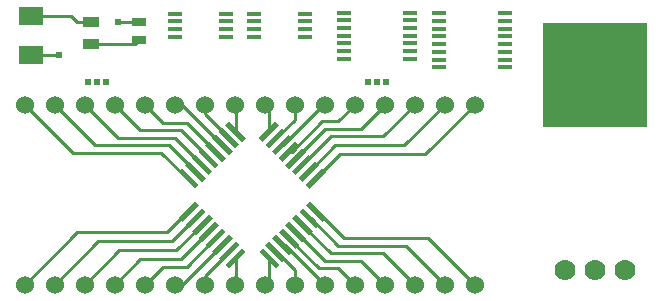
<source format=gtl>
G04 (created by PCBNEW (2013-07-07 BZR 4022)-stable) date 1/29/2014 11:29:55 AM*
%MOIN*%
G04 Gerber Fmt 3.4, Leading zero omitted, Abs format*
%FSLAX34Y34*%
G01*
G70*
G90*
G04 APERTURE LIST*
%ADD10C,0.00590551*%
%ADD11R,0.08X0.06*%
%ADD12R,0.055X0.035*%
%ADD13R,0.045X0.025*%
%ADD14R,0.05X0.015*%
%ADD15C,0.07*%
%ADD16R,0.35X0.35*%
%ADD17R,0.0512X0.0118*%
%ADD18C,0.06*%
%ADD19C,0.024*%
%ADD20C,0.01*%
G04 APERTURE END LIST*
G54D10*
G36*
X69316Y-54954D02*
X69191Y-54829D01*
X69747Y-54272D01*
X69873Y-54397D01*
X69316Y-54954D01*
X69316Y-54954D01*
G37*
G36*
X69093Y-54731D02*
X68968Y-54606D01*
X69525Y-54049D01*
X69650Y-54175D01*
X69093Y-54731D01*
X69093Y-54731D01*
G37*
G36*
X68871Y-54508D02*
X68745Y-54383D01*
X69302Y-53827D01*
X69427Y-53952D01*
X68871Y-54508D01*
X68871Y-54508D01*
G37*
G36*
X68648Y-54286D02*
X68523Y-54160D01*
X69079Y-53604D01*
X69204Y-53729D01*
X68648Y-54286D01*
X68648Y-54286D01*
G37*
G36*
X68425Y-54063D02*
X68300Y-53938D01*
X68856Y-53381D01*
X68982Y-53506D01*
X68425Y-54063D01*
X68425Y-54063D01*
G37*
G36*
X68202Y-53840D02*
X68077Y-53715D01*
X68634Y-53159D01*
X68759Y-53284D01*
X68202Y-53840D01*
X68202Y-53840D01*
G37*
G36*
X67980Y-53617D02*
X67854Y-53492D01*
X68411Y-52936D01*
X68536Y-53061D01*
X67980Y-53617D01*
X67980Y-53617D01*
G37*
G36*
X67757Y-53395D02*
X67632Y-53270D01*
X68188Y-52713D01*
X68313Y-52838D01*
X67757Y-53395D01*
X67757Y-53395D01*
G37*
G36*
X70421Y-50733D02*
X70296Y-50608D01*
X70853Y-50051D01*
X70978Y-50177D01*
X70421Y-50733D01*
X70421Y-50733D01*
G37*
G36*
X71984Y-52296D02*
X71859Y-52171D01*
X72415Y-51614D01*
X72540Y-51739D01*
X71984Y-52296D01*
X71984Y-52296D01*
G37*
G36*
X71758Y-52070D02*
X71633Y-51944D01*
X72189Y-51388D01*
X72314Y-51513D01*
X71758Y-52070D01*
X71758Y-52070D01*
G37*
G36*
X71531Y-51843D02*
X71406Y-51718D01*
X71963Y-51162D01*
X72088Y-51287D01*
X71531Y-51843D01*
X71531Y-51843D01*
G37*
G36*
X71312Y-51624D02*
X71187Y-51499D01*
X71744Y-50942D01*
X71869Y-51068D01*
X71312Y-51624D01*
X71312Y-51624D01*
G37*
G36*
X71086Y-51398D02*
X70961Y-51273D01*
X71517Y-50716D01*
X71642Y-50841D01*
X71086Y-51398D01*
X71086Y-51398D01*
G37*
G36*
X70867Y-51179D02*
X70742Y-51053D01*
X71298Y-50497D01*
X71423Y-50622D01*
X70867Y-51179D01*
X70867Y-51179D01*
G37*
G36*
X70640Y-50952D02*
X70515Y-50827D01*
X71072Y-50271D01*
X71197Y-50396D01*
X70640Y-50952D01*
X70640Y-50952D01*
G37*
G36*
X68185Y-52283D02*
X67629Y-51727D01*
X67754Y-51601D01*
X68311Y-52158D01*
X68185Y-52283D01*
X68185Y-52283D01*
G37*
G36*
X68407Y-52061D02*
X67851Y-51505D01*
X67976Y-51379D01*
X68533Y-51936D01*
X68407Y-52061D01*
X68407Y-52061D01*
G37*
G36*
X68631Y-51838D02*
X68074Y-51281D01*
X68200Y-51156D01*
X68756Y-51712D01*
X68631Y-51838D01*
X68631Y-51838D01*
G37*
G36*
X68853Y-51616D02*
X68296Y-51059D01*
X68422Y-50934D01*
X68978Y-51490D01*
X68853Y-51616D01*
X68853Y-51616D01*
G37*
G36*
X69076Y-51392D02*
X68520Y-50836D01*
X68645Y-50711D01*
X69201Y-51267D01*
X69076Y-51392D01*
X69076Y-51392D01*
G37*
G36*
X69298Y-51170D02*
X68742Y-50614D01*
X68867Y-50488D01*
X69424Y-51045D01*
X69298Y-51170D01*
X69298Y-51170D01*
G37*
G36*
X69522Y-50947D02*
X68965Y-50390D01*
X69090Y-50265D01*
X69647Y-50822D01*
X69522Y-50947D01*
X69522Y-50947D01*
G37*
G36*
X69744Y-50725D02*
X69187Y-50168D01*
X69312Y-50043D01*
X69869Y-50600D01*
X69744Y-50725D01*
X69744Y-50725D01*
G37*
G36*
X70860Y-54955D02*
X70303Y-54398D01*
X70428Y-54273D01*
X70985Y-54829D01*
X70860Y-54955D01*
X70860Y-54955D01*
G37*
G36*
X71079Y-54735D02*
X70522Y-54179D01*
X70648Y-54054D01*
X71204Y-54610D01*
X71079Y-54735D01*
X71079Y-54735D01*
G37*
G36*
X71305Y-54509D02*
X70749Y-53953D01*
X70874Y-53827D01*
X71430Y-54384D01*
X71305Y-54509D01*
X71305Y-54509D01*
G37*
G36*
X71524Y-54290D02*
X70968Y-53733D01*
X71093Y-53608D01*
X71649Y-54165D01*
X71524Y-54290D01*
X71524Y-54290D01*
G37*
G36*
X71744Y-54071D02*
X71187Y-53514D01*
X71312Y-53389D01*
X71869Y-53946D01*
X71744Y-54071D01*
X71744Y-54071D01*
G37*
G36*
X71970Y-53844D02*
X71413Y-53288D01*
X71538Y-53163D01*
X72095Y-53719D01*
X71970Y-53844D01*
X71970Y-53844D01*
G37*
G36*
X72196Y-53618D02*
X71640Y-53062D01*
X71765Y-52936D01*
X72321Y-53493D01*
X72196Y-53618D01*
X72196Y-53618D01*
G37*
G36*
X72422Y-53392D02*
X71866Y-52835D01*
X71991Y-52710D01*
X72548Y-53267D01*
X72422Y-53392D01*
X72422Y-53392D01*
G37*
G54D11*
X62700Y-47850D03*
X62700Y-46550D03*
G54D12*
X64700Y-46725D03*
X64700Y-47475D03*
G54D13*
X66300Y-46750D03*
X66300Y-47350D03*
G54D14*
X71850Y-47234D03*
X71850Y-46978D03*
X71850Y-46722D03*
X71850Y-46466D03*
X70150Y-46466D03*
X70150Y-46722D03*
X70150Y-46978D03*
X70150Y-47234D03*
X78502Y-48246D03*
X78502Y-47990D03*
X78502Y-47734D03*
X78502Y-47478D03*
X78502Y-47222D03*
X78502Y-46966D03*
X78502Y-46710D03*
X78502Y-46454D03*
X76298Y-46454D03*
X76298Y-46710D03*
X76298Y-46966D03*
X76298Y-47222D03*
X76298Y-47478D03*
X76298Y-47734D03*
X76298Y-47990D03*
X76298Y-48246D03*
G54D15*
X82500Y-55000D03*
X80500Y-55000D03*
X81500Y-55000D03*
G54D16*
X81500Y-48500D03*
G54D14*
X69200Y-47234D03*
X69200Y-46978D03*
X69200Y-46722D03*
X69200Y-46466D03*
X67500Y-46466D03*
X67500Y-46722D03*
X67500Y-46978D03*
X67500Y-47234D03*
G54D17*
X75350Y-47960D03*
X75350Y-47710D03*
X75350Y-47450D03*
X75350Y-47200D03*
X75350Y-46940D03*
X75350Y-46685D03*
X75350Y-46430D03*
X73150Y-46430D03*
X73150Y-46685D03*
X73150Y-46940D03*
X73150Y-47200D03*
X73150Y-47455D03*
X73150Y-47710D03*
X73150Y-47965D03*
G54D18*
X62500Y-55500D03*
X63500Y-55500D03*
X64500Y-55500D03*
X65500Y-55500D03*
X66500Y-55500D03*
X67500Y-55500D03*
X68500Y-55500D03*
X69500Y-55500D03*
X70500Y-55500D03*
X71500Y-55500D03*
X72500Y-55500D03*
X73500Y-55500D03*
X74500Y-55500D03*
X75500Y-55500D03*
X76500Y-55500D03*
X77500Y-55500D03*
X77500Y-49500D03*
X76500Y-49500D03*
X75500Y-49500D03*
X74500Y-49500D03*
X73500Y-49500D03*
X72500Y-49500D03*
X71500Y-49500D03*
X70500Y-49500D03*
X69500Y-49500D03*
X68500Y-49500D03*
X67500Y-49500D03*
X66500Y-49500D03*
X65500Y-49500D03*
X64500Y-49500D03*
X63500Y-49500D03*
X62500Y-49500D03*
G54D19*
X73950Y-48750D03*
X74250Y-48750D03*
X74550Y-48750D03*
X65200Y-48750D03*
X64900Y-48750D03*
X64600Y-48750D03*
X63650Y-47850D03*
X65600Y-46750D03*
G54D20*
X71082Y-50838D02*
X71111Y-50838D01*
X72450Y-49500D02*
X72500Y-49500D01*
X71111Y-50838D02*
X72450Y-49500D01*
X70644Y-54614D02*
X70644Y-55355D01*
X70644Y-55355D02*
X70500Y-55500D01*
X70863Y-54395D02*
X70895Y-54395D01*
X71500Y-55000D02*
X71500Y-55500D01*
X70895Y-54395D02*
X71500Y-55000D01*
X71089Y-54168D02*
X71168Y-54168D01*
X71168Y-54168D02*
X72500Y-55500D01*
X71309Y-53949D02*
X71309Y-53959D01*
X72950Y-54950D02*
X73500Y-55500D01*
X72300Y-54950D02*
X72950Y-54950D01*
X71309Y-53959D02*
X72300Y-54950D01*
X71754Y-53504D02*
X71754Y-53504D01*
X74450Y-54450D02*
X75500Y-55500D01*
X72700Y-54450D02*
X74450Y-54450D01*
X71754Y-53504D02*
X72700Y-54450D01*
X71980Y-53277D02*
X72027Y-53277D01*
X75200Y-54200D02*
X76500Y-55500D01*
X72950Y-54200D02*
X75200Y-54200D01*
X72027Y-53277D02*
X72950Y-54200D01*
X72207Y-53051D02*
X72251Y-53051D01*
X75950Y-53950D02*
X77500Y-55500D01*
X73150Y-53950D02*
X75950Y-53950D01*
X72251Y-53051D02*
X73150Y-53950D01*
X72200Y-51955D02*
X72200Y-51949D01*
X75850Y-51150D02*
X77500Y-49500D01*
X73000Y-51150D02*
X75850Y-51150D01*
X72200Y-51949D02*
X73000Y-51150D01*
X68192Y-51720D02*
X68170Y-51720D01*
X64850Y-50850D02*
X63500Y-49500D01*
X67300Y-50850D02*
X64850Y-50850D01*
X68170Y-51720D02*
X67300Y-50850D01*
X71973Y-51729D02*
X71973Y-51726D01*
X75150Y-50850D02*
X76500Y-49500D01*
X72850Y-50850D02*
X75150Y-50850D01*
X71973Y-51726D02*
X72850Y-50850D01*
X67970Y-51942D02*
X67892Y-51942D01*
X64100Y-51100D02*
X62500Y-49500D01*
X67050Y-51100D02*
X64100Y-51100D01*
X67892Y-51942D02*
X67050Y-51100D01*
X71747Y-51502D02*
X71747Y-51502D01*
X74450Y-50550D02*
X75500Y-49500D01*
X72700Y-50550D02*
X74450Y-50550D01*
X71747Y-51502D02*
X72700Y-50550D01*
X71528Y-51283D02*
X71528Y-51271D01*
X73700Y-50300D02*
X74500Y-49500D01*
X72500Y-50300D02*
X73700Y-50300D01*
X71528Y-51271D02*
X72500Y-50300D01*
X69306Y-50606D02*
X69306Y-50606D01*
X68500Y-49800D02*
X68500Y-49500D01*
X69306Y-50606D02*
X68500Y-49800D01*
X69083Y-50829D02*
X69079Y-50829D01*
X67750Y-49500D02*
X67500Y-49500D01*
X69079Y-50829D02*
X67750Y-49500D01*
X68861Y-51051D02*
X68851Y-51051D01*
X67100Y-50100D02*
X66500Y-49500D01*
X67900Y-50100D02*
X67100Y-50100D01*
X68851Y-51051D02*
X67900Y-50100D01*
X68637Y-51275D02*
X68625Y-51275D01*
X66350Y-50350D02*
X65500Y-49500D01*
X67700Y-50350D02*
X66350Y-50350D01*
X68625Y-51275D02*
X67700Y-50350D01*
X68415Y-51497D02*
X68397Y-51497D01*
X65600Y-50600D02*
X64500Y-49500D01*
X67500Y-50600D02*
X65600Y-50600D01*
X68397Y-51497D02*
X67500Y-50600D01*
X67973Y-53054D02*
X67945Y-53054D01*
X64250Y-53750D02*
X62500Y-55500D01*
X67250Y-53750D02*
X64250Y-53750D01*
X67945Y-53054D02*
X67250Y-53750D01*
X68418Y-53499D02*
X68400Y-53499D01*
X65650Y-54350D02*
X64500Y-55500D01*
X67550Y-54350D02*
X65650Y-54350D01*
X68400Y-53499D02*
X67550Y-54350D01*
X64700Y-47475D02*
X66175Y-47475D01*
X66175Y-47475D02*
X66300Y-47350D01*
X62700Y-46550D02*
X64050Y-46550D01*
X64225Y-46725D02*
X64700Y-46725D01*
X64050Y-46550D02*
X64225Y-46725D01*
X71302Y-51057D02*
X71392Y-51057D01*
X72950Y-50050D02*
X73500Y-49500D01*
X72400Y-50050D02*
X72950Y-50050D01*
X71392Y-51057D02*
X72400Y-50050D01*
X68195Y-53277D02*
X68172Y-53277D01*
X64950Y-54050D02*
X63500Y-55500D01*
X67400Y-54050D02*
X64950Y-54050D01*
X68172Y-53277D02*
X67400Y-54050D01*
X68641Y-53722D02*
X68627Y-53722D01*
X66350Y-54650D02*
X65500Y-55500D01*
X67700Y-54650D02*
X66350Y-54650D01*
X68627Y-53722D02*
X67700Y-54650D01*
X68863Y-53945D02*
X68854Y-53945D01*
X67100Y-54900D02*
X66500Y-55500D01*
X67900Y-54900D02*
X67100Y-54900D01*
X68854Y-53945D02*
X67900Y-54900D01*
X69086Y-54168D02*
X69081Y-54168D01*
X67750Y-55500D02*
X67500Y-55500D01*
X69081Y-54168D02*
X67750Y-55500D01*
X70856Y-50612D02*
X70887Y-50612D01*
X71500Y-50000D02*
X71500Y-49500D01*
X70887Y-50612D02*
X71500Y-50000D01*
X69309Y-54390D02*
X69309Y-54390D01*
X68500Y-55200D02*
X68500Y-55500D01*
X69309Y-54390D02*
X68500Y-55200D01*
X69532Y-54613D02*
X69532Y-55467D01*
X69532Y-55467D02*
X69500Y-55500D01*
X66300Y-46750D02*
X65600Y-46750D01*
X63650Y-47850D02*
X62700Y-47850D01*
X70637Y-50392D02*
X70637Y-49637D01*
X70637Y-49637D02*
X70500Y-49500D01*
X69528Y-50384D02*
X69528Y-49528D01*
X69528Y-49528D02*
X69500Y-49500D01*
X71528Y-53730D02*
X71530Y-53730D01*
X73700Y-54700D02*
X74500Y-55500D01*
X72500Y-54700D02*
X73700Y-54700D01*
X71530Y-53730D02*
X72500Y-54700D01*
M02*

</source>
